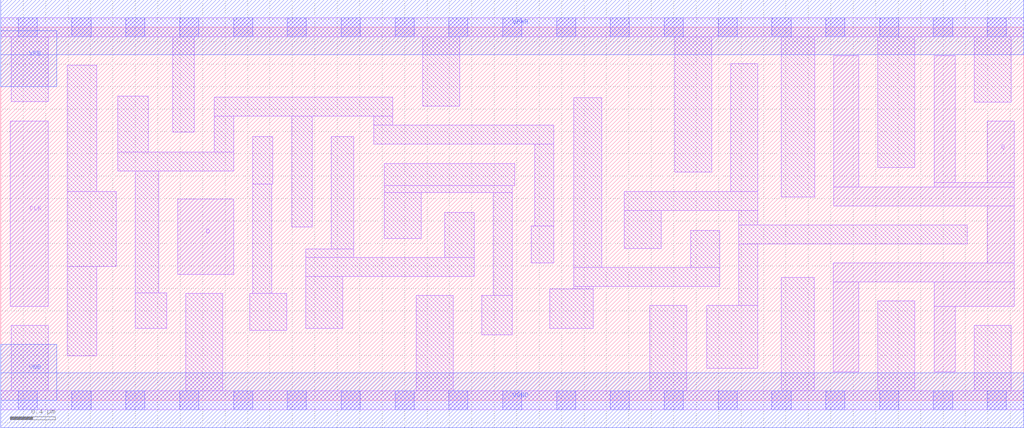
<source format=lef>
# Copyright 2020 The SkyWater PDK Authors
#
# Licensed under the Apache License, Version 2.0 (the "License");
# you may not use this file except in compliance with the License.
# You may obtain a copy of the License at
#
#     https://www.apache.org/licenses/LICENSE-2.0
#
# Unless required by applicable law or agreed to in writing, software
# distributed under the License is distributed on an "AS IS" BASIS,
# WITHOUT WARRANTIES OR CONDITIONS OF ANY KIND, either express or implied.
# See the License for the specific language governing permissions and
# limitations under the License.
#
# SPDX-License-Identifier: Apache-2.0

VERSION 5.5 ;
NAMESCASESENSITIVE ON ;
BUSBITCHARS "[]" ;
DIVIDERCHAR "/" ;
MACRO sky130_fd_sc_lp__dfxtp_4
  CLASS CORE ;
  SOURCE USER ;
  ORIGIN  0.000000  0.000000 ;
  SIZE  9.120000 BY  3.330000 ;
  SYMMETRY X Y R90 ;
  SITE unit ;
  PIN D
    ANTENNAGATEAREA  0.126000 ;
    DIRECTION INPUT ;
    USE SIGNAL ;
    PORT
      LAYER li1 ;
        RECT 1.580000 1.125000 2.075000 1.795000 ;
    END
  END D
  PIN Q
    ANTENNADIFFAREA  1.176000 ;
    DIRECTION OUTPUT ;
    USE SIGNAL ;
    PORT
      LAYER li1 ;
        RECT 7.420000 0.255000 7.650000 1.055000 ;
        RECT 7.420000 1.055000 9.035000 1.225000 ;
        RECT 7.425000 1.735000 9.035000 1.905000 ;
        RECT 7.425000 1.905000 7.650000 3.075000 ;
        RECT 8.320000 0.255000 8.510000 0.840000 ;
        RECT 8.320000 0.840000 9.035000 1.055000 ;
        RECT 8.320000 1.905000 9.035000 1.945000 ;
        RECT 8.320000 1.945000 8.510000 3.075000 ;
        RECT 8.795000 1.225000 9.035000 1.735000 ;
        RECT 8.795000 1.945000 9.035000 2.490000 ;
    END
  END Q
  PIN CLK
    ANTENNAGATEAREA  0.159000 ;
    DIRECTION INPUT ;
    USE CLOCK ;
    PORT
      LAYER li1 ;
        RECT 0.085000 0.840000 0.425000 2.490000 ;
    END
  END CLK
  PIN VGND
    DIRECTION INOUT ;
    USE GROUND ;
    PORT
      LAYER met1 ;
        RECT 0.000000 -0.245000 9.120000 0.245000 ;
    END
  END VGND
  PIN VNB
    DIRECTION INOUT ;
    USE GROUND ;
    PORT
      LAYER met1 ;
        RECT 0.000000 0.000000 0.500000 0.500000 ;
    END
  END VNB
  PIN VPB
    DIRECTION INOUT ;
    USE POWER ;
    PORT
      LAYER met1 ;
        RECT 0.000000 2.800000 0.500000 3.300000 ;
    END
  END VPB
  PIN VPWR
    DIRECTION INOUT ;
    USE POWER ;
    PORT
      LAYER met1 ;
        RECT 0.000000 3.085000 9.120000 3.575000 ;
    END
  END VPWR
  OBS
    LAYER li1 ;
      RECT 0.000000 -0.085000 9.120000 0.085000 ;
      RECT 0.000000  3.245000 9.120000 3.415000 ;
      RECT 0.095000  0.085000 0.425000 0.670000 ;
      RECT 0.095000  2.665000 0.425000 3.245000 ;
      RECT 0.595000  0.395000 0.855000 1.195000 ;
      RECT 0.595000  1.195000 1.030000 1.865000 ;
      RECT 0.595000  1.865000 0.855000 2.990000 ;
      RECT 1.045000  2.045000 2.075000 2.215000 ;
      RECT 1.045000  2.215000 1.315000 2.715000 ;
      RECT 1.200000  0.640000 1.480000 0.960000 ;
      RECT 1.200000  0.960000 1.410000 2.045000 ;
      RECT 1.535000  2.395000 1.725000 3.245000 ;
      RECT 1.650000  0.085000 1.980000 0.955000 ;
      RECT 1.905000  2.215000 2.075000 2.535000 ;
      RECT 1.905000  2.535000 3.495000 2.705000 ;
      RECT 2.220000  0.625000 2.550000 0.955000 ;
      RECT 2.245000  0.955000 2.415000 1.930000 ;
      RECT 2.245000  1.930000 2.425000 2.355000 ;
      RECT 2.595000  1.545000 2.775000 2.535000 ;
      RECT 2.720000  0.640000 3.050000 1.105000 ;
      RECT 2.720000  1.105000 4.220000 1.275000 ;
      RECT 2.720000  1.275000 3.145000 1.350000 ;
      RECT 2.945000  1.350000 3.145000 2.355000 ;
      RECT 3.325000  2.285000 4.930000 2.455000 ;
      RECT 3.325000  2.455000 3.495000 2.535000 ;
      RECT 3.420000  1.445000 3.750000 1.855000 ;
      RECT 3.420000  1.855000 4.560000 1.915000 ;
      RECT 3.420000  1.915000 4.580000 2.115000 ;
      RECT 3.705000  0.085000 4.035000 0.935000 ;
      RECT 3.760000  2.625000 4.090000 3.245000 ;
      RECT 3.960000  1.275000 4.220000 1.675000 ;
      RECT 4.290000  0.585000 4.560000 0.935000 ;
      RECT 4.390000  0.935000 4.560000 1.855000 ;
      RECT 4.730000  1.225000 4.930000 1.555000 ;
      RECT 4.760000  1.555000 4.930000 2.285000 ;
      RECT 4.895000  0.640000 5.280000 0.995000 ;
      RECT 5.110000  0.995000 5.280000 1.015000 ;
      RECT 5.110000  1.015000 6.410000 1.185000 ;
      RECT 5.110000  1.185000 5.360000 2.700000 ;
      RECT 5.560000  1.355000 5.890000 1.695000 ;
      RECT 5.560000  1.695000 6.750000 1.865000 ;
      RECT 5.785000  0.085000 6.115000 0.845000 ;
      RECT 6.010000  2.035000 6.340000 3.245000 ;
      RECT 6.150000  1.185000 6.410000 1.515000 ;
      RECT 6.295000  0.285000 6.750000 0.845000 ;
      RECT 6.510000  1.865000 6.750000 3.005000 ;
      RECT 6.580000  0.845000 6.750000 1.395000 ;
      RECT 6.580000  1.395000 8.615000 1.565000 ;
      RECT 6.580000  1.565000 6.750000 1.695000 ;
      RECT 6.960000  0.085000 7.250000 1.095000 ;
      RECT 6.960000  1.815000 7.255000 3.245000 ;
      RECT 7.820000  0.085000 8.150000 0.885000 ;
      RECT 7.820000  2.075000 8.150000 3.245000 ;
      RECT 8.680000  0.085000 9.010000 0.670000 ;
      RECT 8.680000  2.660000 9.010000 3.245000 ;
    LAYER mcon ;
      RECT 0.155000 -0.085000 0.325000 0.085000 ;
      RECT 0.155000  3.245000 0.325000 3.415000 ;
      RECT 0.635000 -0.085000 0.805000 0.085000 ;
      RECT 0.635000  3.245000 0.805000 3.415000 ;
      RECT 1.115000 -0.085000 1.285000 0.085000 ;
      RECT 1.115000  3.245000 1.285000 3.415000 ;
      RECT 1.595000 -0.085000 1.765000 0.085000 ;
      RECT 1.595000  3.245000 1.765000 3.415000 ;
      RECT 2.075000 -0.085000 2.245000 0.085000 ;
      RECT 2.075000  3.245000 2.245000 3.415000 ;
      RECT 2.555000 -0.085000 2.725000 0.085000 ;
      RECT 2.555000  3.245000 2.725000 3.415000 ;
      RECT 3.035000 -0.085000 3.205000 0.085000 ;
      RECT 3.035000  3.245000 3.205000 3.415000 ;
      RECT 3.515000 -0.085000 3.685000 0.085000 ;
      RECT 3.515000  3.245000 3.685000 3.415000 ;
      RECT 3.995000 -0.085000 4.165000 0.085000 ;
      RECT 3.995000  3.245000 4.165000 3.415000 ;
      RECT 4.475000 -0.085000 4.645000 0.085000 ;
      RECT 4.475000  3.245000 4.645000 3.415000 ;
      RECT 4.955000 -0.085000 5.125000 0.085000 ;
      RECT 4.955000  3.245000 5.125000 3.415000 ;
      RECT 5.435000 -0.085000 5.605000 0.085000 ;
      RECT 5.435000  3.245000 5.605000 3.415000 ;
      RECT 5.915000 -0.085000 6.085000 0.085000 ;
      RECT 5.915000  3.245000 6.085000 3.415000 ;
      RECT 6.395000 -0.085000 6.565000 0.085000 ;
      RECT 6.395000  3.245000 6.565000 3.415000 ;
      RECT 6.875000 -0.085000 7.045000 0.085000 ;
      RECT 6.875000  3.245000 7.045000 3.415000 ;
      RECT 7.355000 -0.085000 7.525000 0.085000 ;
      RECT 7.355000  3.245000 7.525000 3.415000 ;
      RECT 7.835000 -0.085000 8.005000 0.085000 ;
      RECT 7.835000  3.245000 8.005000 3.415000 ;
      RECT 8.315000 -0.085000 8.485000 0.085000 ;
      RECT 8.315000  3.245000 8.485000 3.415000 ;
      RECT 8.795000 -0.085000 8.965000 0.085000 ;
      RECT 8.795000  3.245000 8.965000 3.415000 ;
  END
END sky130_fd_sc_lp__dfxtp_4
END LIBRARY

</source>
